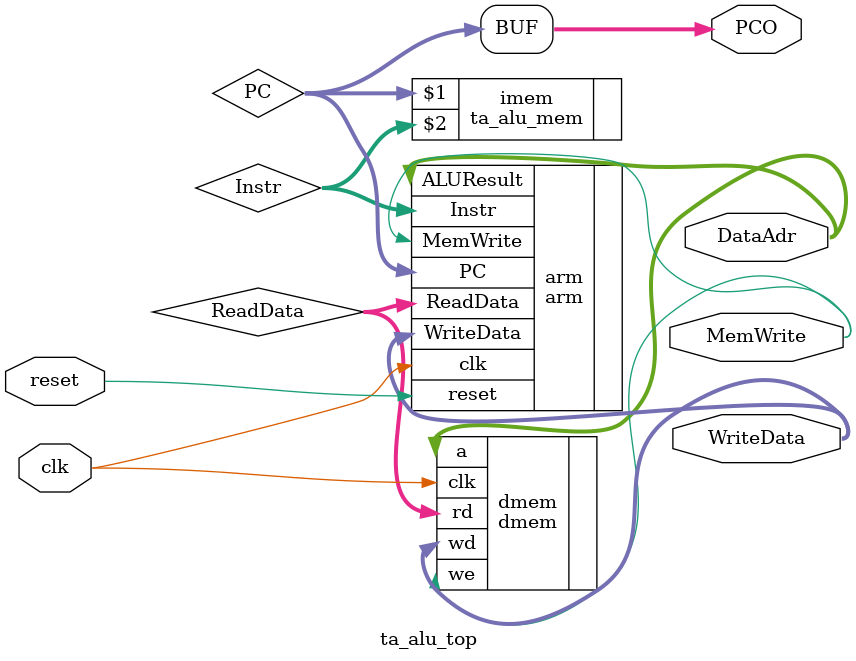
<source format=sv>
module ta_alu_top(
    input  logic clk, reset,
    output logic [31:0] DataAdr,
    output logic [31:0] WriteData,
    output logic MemWrite,
	output logic [31:0] PCO
    );

    logic [31:0] PC, Instr, ReadData;
	
	assign PCO = PC;

    // instantiate processor and memories
    arm  arm(.clk(clk), .reset(reset), .PC(PC), .Instr(Instr), .MemWrite(MemWrite), 
				.ALUResult(DataAdr), .WriteData(WriteData), .ReadData(ReadData));
    
    ta_alu_mem imem(PC, Instr);	
	
    dmem dmem(.clk(clk), .we(MemWrite), .a(DataAdr), .wd(WriteData), .rd(ReadData));
    
endmodule

</source>
